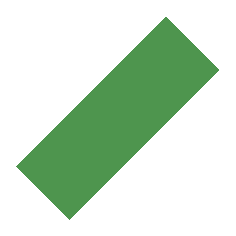
<source format=gbr>
%FSLAX34Y34*%%MOIN*%%AMVECTOR*2,1,0.25,0,0,.5,.5,0*%%ADD10VECTOR*%D10*X0Y0D03*M02*
</source>
